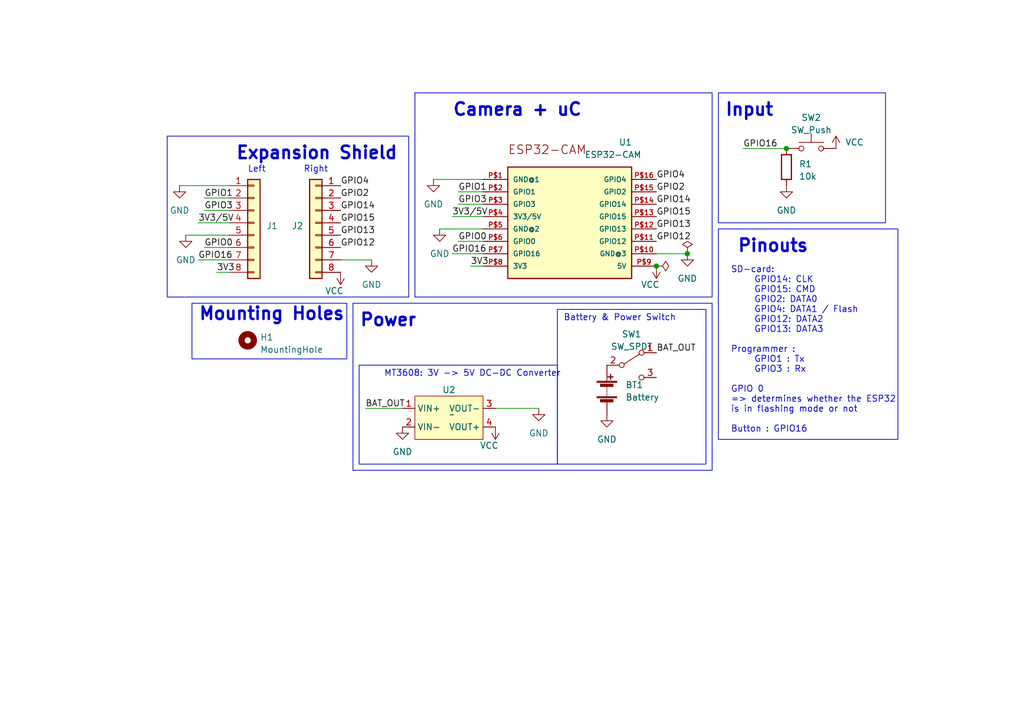
<source format=kicad_sch>
(kicad_sch (version 20230121) (generator eeschema)

  (uuid 89964eb6-b670-4283-9f2b-44cfb9cdc64b)

  (paper "A5")

  (title_block
    (title "Spy-Camera using ESP32-CAM")
    (date "2024-03-27")
    (company "Institut Teknologi Bnadung")
    (comment 1 "Bostang Palaguna")
    (comment 2 "Designed by:")
  )

  (lib_symbols
    (symbol "Connector_Generic:Conn_01x08" (pin_names (offset 1.016) hide) (in_bom yes) (on_board yes)
      (property "Reference" "J" (at 0 10.16 0)
        (effects (font (size 1.27 1.27)))
      )
      (property "Value" "Conn_01x08" (at 0 -12.7 0)
        (effects (font (size 1.27 1.27)))
      )
      (property "Footprint" "" (at 0 0 0)
        (effects (font (size 1.27 1.27)) hide)
      )
      (property "Datasheet" "~" (at 0 0 0)
        (effects (font (size 1.27 1.27)) hide)
      )
      (property "ki_keywords" "connector" (at 0 0 0)
        (effects (font (size 1.27 1.27)) hide)
      )
      (property "ki_description" "Generic connector, single row, 01x08, script generated (kicad-library-utils/schlib/autogen/connector/)" (at 0 0 0)
        (effects (font (size 1.27 1.27)) hide)
      )
      (property "ki_fp_filters" "Connector*:*_1x??_*" (at 0 0 0)
        (effects (font (size 1.27 1.27)) hide)
      )
      (symbol "Conn_01x08_1_1"
        (rectangle (start -1.27 -10.033) (end 0 -10.287)
          (stroke (width 0.1524) (type default))
          (fill (type none))
        )
        (rectangle (start -1.27 -7.493) (end 0 -7.747)
          (stroke (width 0.1524) (type default))
          (fill (type none))
        )
        (rectangle (start -1.27 -4.953) (end 0 -5.207)
          (stroke (width 0.1524) (type default))
          (fill (type none))
        )
        (rectangle (start -1.27 -2.413) (end 0 -2.667)
          (stroke (width 0.1524) (type default))
          (fill (type none))
        )
        (rectangle (start -1.27 0.127) (end 0 -0.127)
          (stroke (width 0.1524) (type default))
          (fill (type none))
        )
        (rectangle (start -1.27 2.667) (end 0 2.413)
          (stroke (width 0.1524) (type default))
          (fill (type none))
        )
        (rectangle (start -1.27 5.207) (end 0 4.953)
          (stroke (width 0.1524) (type default))
          (fill (type none))
        )
        (rectangle (start -1.27 7.747) (end 0 7.493)
          (stroke (width 0.1524) (type default))
          (fill (type none))
        )
        (rectangle (start -1.27 8.89) (end 1.27 -11.43)
          (stroke (width 0.254) (type default))
          (fill (type background))
        )
        (pin passive line (at -5.08 7.62 0) (length 3.81)
          (name "Pin_1" (effects (font (size 1.27 1.27))))
          (number "1" (effects (font (size 1.27 1.27))))
        )
        (pin passive line (at -5.08 5.08 0) (length 3.81)
          (name "Pin_2" (effects (font (size 1.27 1.27))))
          (number "2" (effects (font (size 1.27 1.27))))
        )
        (pin passive line (at -5.08 2.54 0) (length 3.81)
          (name "Pin_3" (effects (font (size 1.27 1.27))))
          (number "3" (effects (font (size 1.27 1.27))))
        )
        (pin passive line (at -5.08 0 0) (length 3.81)
          (name "Pin_4" (effects (font (size 1.27 1.27))))
          (number "4" (effects (font (size 1.27 1.27))))
        )
        (pin passive line (at -5.08 -2.54 0) (length 3.81)
          (name "Pin_5" (effects (font (size 1.27 1.27))))
          (number "5" (effects (font (size 1.27 1.27))))
        )
        (pin passive line (at -5.08 -5.08 0) (length 3.81)
          (name "Pin_6" (effects (font (size 1.27 1.27))))
          (number "6" (effects (font (size 1.27 1.27))))
        )
        (pin passive line (at -5.08 -7.62 0) (length 3.81)
          (name "Pin_7" (effects (font (size 1.27 1.27))))
          (number "7" (effects (font (size 1.27 1.27))))
        )
        (pin passive line (at -5.08 -10.16 0) (length 3.81)
          (name "Pin_8" (effects (font (size 1.27 1.27))))
          (number "8" (effects (font (size 1.27 1.27))))
        )
      )
    )
    (symbol "Device:Battery" (pin_numbers hide) (pin_names (offset 0) hide) (in_bom yes) (on_board yes)
      (property "Reference" "BT" (at 2.54 2.54 0)
        (effects (font (size 1.27 1.27)) (justify left))
      )
      (property "Value" "Battery" (at 2.54 0 0)
        (effects (font (size 1.27 1.27)) (justify left))
      )
      (property "Footprint" "" (at 0 1.524 90)
        (effects (font (size 1.27 1.27)) hide)
      )
      (property "Datasheet" "~" (at 0 1.524 90)
        (effects (font (size 1.27 1.27)) hide)
      )
      (property "ki_keywords" "batt voltage-source cell" (at 0 0 0)
        (effects (font (size 1.27 1.27)) hide)
      )
      (property "ki_description" "Multiple-cell battery" (at 0 0 0)
        (effects (font (size 1.27 1.27)) hide)
      )
      (symbol "Battery_0_1"
        (rectangle (start -2.032 -1.397) (end 2.032 -1.651)
          (stroke (width 0) (type default))
          (fill (type outline))
        )
        (rectangle (start -2.032 1.778) (end 2.032 1.524)
          (stroke (width 0) (type default))
          (fill (type outline))
        )
        (rectangle (start -1.3208 -1.9812) (end 1.27 -2.4892)
          (stroke (width 0) (type default))
          (fill (type outline))
        )
        (rectangle (start -1.3208 1.1938) (end 1.27 0.6858)
          (stroke (width 0) (type default))
          (fill (type outline))
        )
        (polyline
          (pts
            (xy 0 -1.524)
            (xy 0 -1.27)
          )
          (stroke (width 0) (type default))
          (fill (type none))
        )
        (polyline
          (pts
            (xy 0 -1.016)
            (xy 0 -0.762)
          )
          (stroke (width 0) (type default))
          (fill (type none))
        )
        (polyline
          (pts
            (xy 0 -0.508)
            (xy 0 -0.254)
          )
          (stroke (width 0) (type default))
          (fill (type none))
        )
        (polyline
          (pts
            (xy 0 0)
            (xy 0 0.254)
          )
          (stroke (width 0) (type default))
          (fill (type none))
        )
        (polyline
          (pts
            (xy 0 0.508)
            (xy 0 0.762)
          )
          (stroke (width 0) (type default))
          (fill (type none))
        )
        (polyline
          (pts
            (xy 0 1.778)
            (xy 0 2.54)
          )
          (stroke (width 0) (type default))
          (fill (type none))
        )
        (polyline
          (pts
            (xy 0.254 2.667)
            (xy 1.27 2.667)
          )
          (stroke (width 0.254) (type default))
          (fill (type none))
        )
        (polyline
          (pts
            (xy 0.762 3.175)
            (xy 0.762 2.159)
          )
          (stroke (width 0.254) (type default))
          (fill (type none))
        )
      )
      (symbol "Battery_1_1"
        (pin passive line (at 0 5.08 270) (length 2.54)
          (name "+" (effects (font (size 1.27 1.27))))
          (number "1" (effects (font (size 1.27 1.27))))
        )
        (pin passive line (at 0 -5.08 90) (length 2.54)
          (name "-" (effects (font (size 1.27 1.27))))
          (number "2" (effects (font (size 1.27 1.27))))
        )
      )
    )
    (symbol "Device:R" (pin_numbers hide) (pin_names (offset 0)) (in_bom yes) (on_board yes)
      (property "Reference" "R" (at 2.032 0 90)
        (effects (font (size 1.27 1.27)))
      )
      (property "Value" "R" (at 0 0 90)
        (effects (font (size 1.27 1.27)))
      )
      (property "Footprint" "" (at -1.778 0 90)
        (effects (font (size 1.27 1.27)) hide)
      )
      (property "Datasheet" "~" (at 0 0 0)
        (effects (font (size 1.27 1.27)) hide)
      )
      (property "ki_keywords" "R res resistor" (at 0 0 0)
        (effects (font (size 1.27 1.27)) hide)
      )
      (property "ki_description" "Resistor" (at 0 0 0)
        (effects (font (size 1.27 1.27)) hide)
      )
      (property "ki_fp_filters" "R_*" (at 0 0 0)
        (effects (font (size 1.27 1.27)) hide)
      )
      (symbol "R_0_1"
        (rectangle (start -1.016 -2.54) (end 1.016 2.54)
          (stroke (width 0.254) (type default))
          (fill (type none))
        )
      )
      (symbol "R_1_1"
        (pin passive line (at 0 3.81 270) (length 1.27)
          (name "~" (effects (font (size 1.27 1.27))))
          (number "1" (effects (font (size 1.27 1.27))))
        )
        (pin passive line (at 0 -3.81 90) (length 1.27)
          (name "~" (effects (font (size 1.27 1.27))))
          (number "2" (effects (font (size 1.27 1.27))))
        )
      )
    )
    (symbol "ESP32-CAM:ESP32-CAM" (pin_names (offset 1.016)) (in_bom yes) (on_board yes)
      (property "Reference" "U" (at 0 0 0)
        (effects (font (size 1.27 1.27)) (justify bottom))
      )
      (property "Value" "ESP32-CAM" (at 0 0 0)
        (effects (font (size 1.27 1.27)) (justify bottom))
      )
      (property "Footprint" "ESP32-CAM:ESP32-CAM" (at 0 0 0)
        (effects (font (size 1.27 1.27)) (justify bottom) hide)
      )
      (property "Datasheet" "" (at 0 0 0)
        (effects (font (size 1.27 1.27)) hide)
      )
      (property "MF" "AI-Thinker" (at 0 0 0)
        (effects (font (size 1.27 1.27)) (justify bottom) hide)
      )
      (property "Description" "\nESP32 ESP32 Transceiver; 802.11 a/b/g/n (Wi-Fi, WiFi, WLAN), Bluetooth® Smart 4.x Low Energy (BLE) Evaluation Board\n" (at 0 0 0)
        (effects (font (size 1.27 1.27)) (justify bottom) hide)
      )
      (property "Package" "None" (at 0 0 0)
        (effects (font (size 1.27 1.27)) (justify bottom) hide)
      )
      (property "Price" "None" (at 0 0 0)
        (effects (font (size 1.27 1.27)) (justify bottom) hide)
      )
      (property "SnapEDA_Link" "https://www.snapeda.com/parts/ESP32-CAM/AI-Thinker/view-part/?ref=snap" (at 0 0 0)
        (effects (font (size 1.27 1.27)) (justify bottom) hide)
      )
      (property "MP" "ESP32-CAM" (at 0 0 0)
        (effects (font (size 1.27 1.27)) (justify bottom) hide)
      )
      (property "Availability" "Not in stock" (at 0 0 0)
        (effects (font (size 1.27 1.27)) (justify bottom) hide)
      )
      (property "Check_prices" "https://www.snapeda.com/parts/ESP32-CAM/AI-Thinker/view-part/?ref=eda" (at 0 0 0)
        (effects (font (size 1.27 1.27)) (justify bottom) hide)
      )
      (symbol "ESP32-CAM_0_0"
        (rectangle (start -12.7 -10.16) (end 12.7 12.7)
          (stroke (width 0.254) (type default))
          (fill (type background))
        )
        (text "ESP32-CAM" (at -12.7 15.24 0)
          (effects (font (size 1.778 1.778)) (justify left bottom))
        )
        (pin bidirectional line (at -17.78 10.16 0) (length 5.08)
          (name "GND@1" (effects (font (size 1.016 1.016))))
          (number "P$1" (effects (font (size 1.016 1.016))))
        )
        (pin bidirectional line (at 17.78 -5.08 180) (length 5.08)
          (name "GND@3" (effects (font (size 1.016 1.016))))
          (number "P$10" (effects (font (size 1.016 1.016))))
        )
        (pin bidirectional line (at 17.78 -2.54 180) (length 5.08)
          (name "GPIO12" (effects (font (size 1.016 1.016))))
          (number "P$11" (effects (font (size 1.016 1.016))))
        )
        (pin bidirectional line (at 17.78 0 180) (length 5.08)
          (name "GPIO13" (effects (font (size 1.016 1.016))))
          (number "P$12" (effects (font (size 1.016 1.016))))
        )
        (pin bidirectional line (at 17.78 2.54 180) (length 5.08)
          (name "GPIO15" (effects (font (size 1.016 1.016))))
          (number "P$13" (effects (font (size 1.016 1.016))))
        )
        (pin bidirectional line (at 17.78 5.08 180) (length 5.08)
          (name "GPIO14" (effects (font (size 1.016 1.016))))
          (number "P$14" (effects (font (size 1.016 1.016))))
        )
        (pin bidirectional line (at 17.78 7.62 180) (length 5.08)
          (name "GPIO2" (effects (font (size 1.016 1.016))))
          (number "P$15" (effects (font (size 1.016 1.016))))
        )
        (pin bidirectional line (at 17.78 10.16 180) (length 5.08)
          (name "GPIO4" (effects (font (size 1.016 1.016))))
          (number "P$16" (effects (font (size 1.016 1.016))))
        )
        (pin bidirectional line (at -17.78 7.62 0) (length 5.08)
          (name "GPIO1" (effects (font (size 1.016 1.016))))
          (number "P$2" (effects (font (size 1.016 1.016))))
        )
        (pin bidirectional line (at -17.78 5.08 0) (length 5.08)
          (name "GPIO3" (effects (font (size 1.016 1.016))))
          (number "P$3" (effects (font (size 1.016 1.016))))
        )
        (pin bidirectional line (at -17.78 2.54 0) (length 5.08)
          (name "3V3/5V" (effects (font (size 1.016 1.016))))
          (number "P$4" (effects (font (size 1.016 1.016))))
        )
        (pin bidirectional line (at -17.78 0 0) (length 5.08)
          (name "GND@2" (effects (font (size 1.016 1.016))))
          (number "P$5" (effects (font (size 1.016 1.016))))
        )
        (pin bidirectional line (at -17.78 -2.54 0) (length 5.08)
          (name "GPIO0" (effects (font (size 1.016 1.016))))
          (number "P$6" (effects (font (size 1.016 1.016))))
        )
        (pin bidirectional line (at -17.78 -5.08 0) (length 5.08)
          (name "GPIO16" (effects (font (size 1.016 1.016))))
          (number "P$7" (effects (font (size 1.016 1.016))))
        )
        (pin bidirectional line (at -17.78 -7.62 0) (length 5.08)
          (name "3V3" (effects (font (size 1.016 1.016))))
          (number "P$8" (effects (font (size 1.016 1.016))))
        )
        (pin bidirectional line (at 17.78 -7.62 180) (length 5.08)
          (name "5V" (effects (font (size 1.016 1.016))))
          (number "P$9" (effects (font (size 1.016 1.016))))
        )
      )
    )
    (symbol "Mechanical:MountingHole" (pin_names (offset 1.016)) (in_bom yes) (on_board yes)
      (property "Reference" "H" (at 0 5.08 0)
        (effects (font (size 1.27 1.27)))
      )
      (property "Value" "MountingHole" (at 0 3.175 0)
        (effects (font (size 1.27 1.27)))
      )
      (property "Footprint" "" (at 0 0 0)
        (effects (font (size 1.27 1.27)) hide)
      )
      (property "Datasheet" "~" (at 0 0 0)
        (effects (font (size 1.27 1.27)) hide)
      )
      (property "ki_keywords" "mounting hole" (at 0 0 0)
        (effects (font (size 1.27 1.27)) hide)
      )
      (property "ki_description" "Mounting Hole without connection" (at 0 0 0)
        (effects (font (size 1.27 1.27)) hide)
      )
      (property "ki_fp_filters" "MountingHole*" (at 0 0 0)
        (effects (font (size 1.27 1.27)) hide)
      )
      (symbol "MountingHole_0_1"
        (circle (center 0 0) (radius 1.27)
          (stroke (width 1.27) (type default))
          (fill (type none))
        )
      )
    )
    (symbol "Switch:SW_Push" (pin_numbers hide) (pin_names (offset 1.016) hide) (in_bom yes) (on_board yes)
      (property "Reference" "SW" (at 1.27 2.54 0)
        (effects (font (size 1.27 1.27)) (justify left))
      )
      (property "Value" "SW_Push" (at 0 -1.524 0)
        (effects (font (size 1.27 1.27)))
      )
      (property "Footprint" "" (at 0 5.08 0)
        (effects (font (size 1.27 1.27)) hide)
      )
      (property "Datasheet" "~" (at 0 5.08 0)
        (effects (font (size 1.27 1.27)) hide)
      )
      (property "ki_keywords" "switch normally-open pushbutton push-button" (at 0 0 0)
        (effects (font (size 1.27 1.27)) hide)
      )
      (property "ki_description" "Push button switch, generic, two pins" (at 0 0 0)
        (effects (font (size 1.27 1.27)) hide)
      )
      (symbol "SW_Push_0_1"
        (circle (center -2.032 0) (radius 0.508)
          (stroke (width 0) (type default))
          (fill (type none))
        )
        (polyline
          (pts
            (xy 0 1.27)
            (xy 0 3.048)
          )
          (stroke (width 0) (type default))
          (fill (type none))
        )
        (polyline
          (pts
            (xy 2.54 1.27)
            (xy -2.54 1.27)
          )
          (stroke (width 0) (type default))
          (fill (type none))
        )
        (circle (center 2.032 0) (radius 0.508)
          (stroke (width 0) (type default))
          (fill (type none))
        )
        (pin passive line (at -5.08 0 0) (length 2.54)
          (name "1" (effects (font (size 1.27 1.27))))
          (number "1" (effects (font (size 1.27 1.27))))
        )
        (pin passive line (at 5.08 0 180) (length 2.54)
          (name "2" (effects (font (size 1.27 1.27))))
          (number "2" (effects (font (size 1.27 1.27))))
        )
      )
    )
    (symbol "Switch:SW_SPDT" (pin_names (offset 0) hide) (in_bom yes) (on_board yes)
      (property "Reference" "SW" (at 0 4.318 0)
        (effects (font (size 1.27 1.27)))
      )
      (property "Value" "SW_SPDT" (at 0 -5.08 0)
        (effects (font (size 1.27 1.27)))
      )
      (property "Footprint" "" (at 0 0 0)
        (effects (font (size 1.27 1.27)) hide)
      )
      (property "Datasheet" "~" (at 0 0 0)
        (effects (font (size 1.27 1.27)) hide)
      )
      (property "ki_keywords" "switch single-pole double-throw spdt ON-ON" (at 0 0 0)
        (effects (font (size 1.27 1.27)) hide)
      )
      (property "ki_description" "Switch, single pole double throw" (at 0 0 0)
        (effects (font (size 1.27 1.27)) hide)
      )
      (symbol "SW_SPDT_0_0"
        (circle (center -2.032 0) (radius 0.508)
          (stroke (width 0) (type default))
          (fill (type none))
        )
        (circle (center 2.032 -2.54) (radius 0.508)
          (stroke (width 0) (type default))
          (fill (type none))
        )
      )
      (symbol "SW_SPDT_0_1"
        (polyline
          (pts
            (xy -1.524 0.254)
            (xy 1.651 2.286)
          )
          (stroke (width 0) (type default))
          (fill (type none))
        )
        (circle (center 2.032 2.54) (radius 0.508)
          (stroke (width 0) (type default))
          (fill (type none))
        )
      )
      (symbol "SW_SPDT_1_1"
        (pin passive line (at 5.08 2.54 180) (length 2.54)
          (name "A" (effects (font (size 1.27 1.27))))
          (number "1" (effects (font (size 1.27 1.27))))
        )
        (pin passive line (at -5.08 0 0) (length 2.54)
          (name "B" (effects (font (size 1.27 1.27))))
          (number "2" (effects (font (size 1.27 1.27))))
        )
        (pin passive line (at 5.08 -2.54 180) (length 2.54)
          (name "C" (effects (font (size 1.27 1.27))))
          (number "3" (effects (font (size 1.27 1.27))))
        )
      )
    )
    (symbol "WMS_components:MT3608" (in_bom yes) (on_board yes)
      (property "Reference" "U" (at 0 5.08 0)
        (effects (font (size 1.27 1.27)))
      )
      (property "Value" "" (at 0 0 0)
        (effects (font (size 1.27 1.27)))
      )
      (property "Footprint" "" (at 0 0 0)
        (effects (font (size 1.27 1.27)) hide)
      )
      (property "Datasheet" "" (at 0 0 0)
        (effects (font (size 1.27 1.27)) hide)
      )
      (symbol "MT3608_1_1"
        (rectangle (start -6.35 3.81) (end 7.62 -5.08)
          (stroke (width 0) (type default))
          (fill (type background))
        )
        (pin input line (at 10.16 1.27 180) (length 2.54)
          (name "VIN+" (effects (font (size 1.27 1.27))))
          (number "1" (effects (font (size 1.27 1.27))))
        )
        (pin input line (at 10.16 -2.54 180) (length 2.54)
          (name "VIN-" (effects (font (size 1.27 1.27))))
          (number "2" (effects (font (size 1.27 1.27))))
        )
        (pin output line (at -8.89 1.27 0) (length 2.54)
          (name "VOUT-" (effects (font (size 1.27 1.27))))
          (number "3" (effects (font (size 1.27 1.27))))
        )
        (pin output line (at -8.89 -2.54 0) (length 2.54)
          (name "VOUT+" (effects (font (size 1.27 1.27))))
          (number "4" (effects (font (size 1.27 1.27))))
        )
      )
    )
    (symbol "power:GND" (power) (pin_names (offset 0)) (in_bom yes) (on_board yes)
      (property "Reference" "#PWR" (at 0 -6.35 0)
        (effects (font (size 1.27 1.27)) hide)
      )
      (property "Value" "GND" (at 0 -3.81 0)
        (effects (font (size 1.27 1.27)))
      )
      (property "Footprint" "" (at 0 0 0)
        (effects (font (size 1.27 1.27)) hide)
      )
      (property "Datasheet" "" (at 0 0 0)
        (effects (font (size 1.27 1.27)) hide)
      )
      (property "ki_keywords" "global power" (at 0 0 0)
        (effects (font (size 1.27 1.27)) hide)
      )
      (property "ki_description" "Power symbol creates a global label with name \"GND\" , ground" (at 0 0 0)
        (effects (font (size 1.27 1.27)) hide)
      )
      (symbol "GND_0_1"
        (polyline
          (pts
            (xy 0 0)
            (xy 0 -1.27)
            (xy 1.27 -1.27)
            (xy 0 -2.54)
            (xy -1.27 -1.27)
            (xy 0 -1.27)
          )
          (stroke (width 0) (type default))
          (fill (type none))
        )
      )
      (symbol "GND_1_1"
        (pin power_in line (at 0 0 270) (length 0) hide
          (name "GND" (effects (font (size 1.27 1.27))))
          (number "1" (effects (font (size 1.27 1.27))))
        )
      )
    )
    (symbol "power:PWR_FLAG" (power) (pin_numbers hide) (pin_names (offset 0) hide) (in_bom yes) (on_board yes)
      (property "Reference" "#FLG" (at 0 1.905 0)
        (effects (font (size 1.27 1.27)) hide)
      )
      (property "Value" "PWR_FLAG" (at 0 3.81 0)
        (effects (font (size 1.27 1.27)))
      )
      (property "Footprint" "" (at 0 0 0)
        (effects (font (size 1.27 1.27)) hide)
      )
      (property "Datasheet" "~" (at 0 0 0)
        (effects (font (size 1.27 1.27)) hide)
      )
      (property "ki_keywords" "flag power" (at 0 0 0)
        (effects (font (size 1.27 1.27)) hide)
      )
      (property "ki_description" "Special symbol for telling ERC where power comes from" (at 0 0 0)
        (effects (font (size 1.27 1.27)) hide)
      )
      (symbol "PWR_FLAG_0_0"
        (pin power_out line (at 0 0 90) (length 0)
          (name "pwr" (effects (font (size 1.27 1.27))))
          (number "1" (effects (font (size 1.27 1.27))))
        )
      )
      (symbol "PWR_FLAG_0_1"
        (polyline
          (pts
            (xy 0 0)
            (xy 0 1.27)
            (xy -1.016 1.905)
            (xy 0 2.54)
            (xy 1.016 1.905)
            (xy 0 1.27)
          )
          (stroke (width 0) (type default))
          (fill (type none))
        )
      )
    )
    (symbol "power:VCC" (power) (pin_names (offset 0)) (in_bom yes) (on_board yes)
      (property "Reference" "#PWR" (at 0 -3.81 0)
        (effects (font (size 1.27 1.27)) hide)
      )
      (property "Value" "VCC" (at 0 3.81 0)
        (effects (font (size 1.27 1.27)))
      )
      (property "Footprint" "" (at 0 0 0)
        (effects (font (size 1.27 1.27)) hide)
      )
      (property "Datasheet" "" (at 0 0 0)
        (effects (font (size 1.27 1.27)) hide)
      )
      (property "ki_keywords" "global power" (at 0 0 0)
        (effects (font (size 1.27 1.27)) hide)
      )
      (property "ki_description" "Power symbol creates a global label with name \"VCC\"" (at 0 0 0)
        (effects (font (size 1.27 1.27)) hide)
      )
      (symbol "VCC_0_1"
        (polyline
          (pts
            (xy -0.762 1.27)
            (xy 0 2.54)
          )
          (stroke (width 0) (type default))
          (fill (type none))
        )
        (polyline
          (pts
            (xy 0 0)
            (xy 0 2.54)
          )
          (stroke (width 0) (type default))
          (fill (type none))
        )
        (polyline
          (pts
            (xy 0 2.54)
            (xy 0.762 1.27)
          )
          (stroke (width 0) (type default))
          (fill (type none))
        )
      )
      (symbol "VCC_1_1"
        (pin power_in line (at 0 0 90) (length 0) hide
          (name "VCC" (effects (font (size 1.27 1.27))))
          (number "1" (effects (font (size 1.27 1.27))))
        )
      )
    )
  )


  (junction (at 134.62 54.61) (diameter 0) (color 0 0 0 0)
    (uuid 0439de0e-62d5-4745-adee-9fef4a57cc1c)
  )
  (junction (at 140.97 52.07) (diameter 0) (color 0 0 0 0)
    (uuid 17f01d0b-7e88-4984-a8ab-cc4ea9739d7f)
  )
  (junction (at 161.29 30.48) (diameter 0) (color 0 0 0 0)
    (uuid b9261f35-e032-44e5-b53c-463ecb5208af)
  )

  (wire (pts (xy 41.91 40.64) (xy 46.99 40.64))
    (stroke (width 0) (type default))
    (uuid 01f648b0-92a5-4d8c-b9a2-0a132e0bf0cd)
  )
  (wire (pts (xy 38.1 48.26) (xy 46.99 48.26))
    (stroke (width 0) (type default))
    (uuid 1299f4dd-bfbb-4bfb-9926-3275d2dedb9d)
  )
  (wire (pts (xy 92.71 52.07) (xy 99.06 52.07))
    (stroke (width 0) (type default))
    (uuid 14a1ea53-a56d-4e4e-a5a9-785d9f187fb1)
  )
  (wire (pts (xy 92.71 44.45) (xy 99.06 44.45))
    (stroke (width 0) (type default))
    (uuid 22e8b528-76be-4c96-9968-42f7856170ad)
  )
  (wire (pts (xy 96.52 54.61) (xy 99.06 54.61))
    (stroke (width 0) (type default))
    (uuid 29b18716-6838-45ad-9197-33fa40146330)
  )
  (wire (pts (xy 44.45 55.88) (xy 46.99 55.88))
    (stroke (width 0) (type default))
    (uuid 29ca94ac-ae9b-4c9c-bb90-8c7c21705f9c)
  )
  (wire (pts (xy 93.98 41.91) (xy 99.06 41.91))
    (stroke (width 0) (type default))
    (uuid 2a4c60cd-3696-43f6-b6d1-ecb3fcca0850)
  )
  (wire (pts (xy 36.83 38.1) (xy 46.99 38.1))
    (stroke (width 0) (type default))
    (uuid 2aa71d13-fa9b-4c86-8c55-28e8a776e589)
  )
  (wire (pts (xy 40.64 53.34) (xy 46.99 53.34))
    (stroke (width 0) (type default))
    (uuid 30a36684-d8ac-4104-9c71-e08ed508ea02)
  )
  (wire (pts (xy 88.9 36.83) (xy 99.06 36.83))
    (stroke (width 0) (type default))
    (uuid 41d5b992-fe57-4f2e-8721-2116b14fb6fe)
  )
  (wire (pts (xy 74.93 83.82) (xy 82.55 83.82))
    (stroke (width 0) (type default))
    (uuid 65d7b2dd-7796-4040-a78d-aee1ef2990db)
  )
  (wire (pts (xy 40.64 45.72) (xy 46.99 45.72))
    (stroke (width 0) (type default))
    (uuid 9e5be176-5917-4adb-998e-17cb37684d0f)
  )
  (wire (pts (xy 152.4 30.48) (xy 161.29 30.48))
    (stroke (width 0) (type default))
    (uuid a5682091-fa8c-4607-a3f2-1b6c5690bee7)
  )
  (wire (pts (xy 41.91 43.18) (xy 46.99 43.18))
    (stroke (width 0) (type default))
    (uuid a9547f4a-d95a-4440-83d7-d606114b1366)
  )
  (wire (pts (xy 41.91 50.8) (xy 46.99 50.8))
    (stroke (width 0) (type default))
    (uuid b1459c83-443b-48e8-87ba-d4572972fd91)
  )
  (wire (pts (xy 93.98 49.53) (xy 99.06 49.53))
    (stroke (width 0) (type default))
    (uuid d814b190-7870-4411-8ce1-116b94128b69)
  )
  (wire (pts (xy 110.49 83.82) (xy 101.6 83.82))
    (stroke (width 0) (type default))
    (uuid d843149f-e14f-472e-b5ba-71cf3c3275c1)
  )
  (wire (pts (xy 93.98 39.37) (xy 99.06 39.37))
    (stroke (width 0) (type default))
    (uuid e5181b32-e82b-4ade-ac38-66e5a7d6b46b)
  )
  (wire (pts (xy 140.97 52.07) (xy 134.62 52.07))
    (stroke (width 0) (type default))
    (uuid f0057aef-0a16-41bf-8669-4c10f34bbb81)
  )
  (wire (pts (xy 69.85 53.34) (xy 76.2 53.34))
    (stroke (width 0) (type default))
    (uuid f0c4bff0-293e-4752-b6f4-119859503ada)
  )
  (wire (pts (xy 90.17 46.99) (xy 99.06 46.99))
    (stroke (width 0) (type default))
    (uuid fe4223bd-6b02-4bc1-9747-f971f088a304)
  )

  (rectangle (start 114.3 63.5) (end 144.78 95.25)
    (stroke (width 0) (type default))
    (fill (type none))
    (uuid 0e3fffca-788e-41a5-beea-755bdf6f8080)
  )
  (rectangle (start 147.32 46.99) (end 184.15 90.17)
    (stroke (width 0) (type default))
    (fill (type none))
    (uuid 2e8ac75b-a097-48f6-b0c0-298714eb7eea)
  )
  (rectangle (start 72.39 62.23) (end 146.05 96.52)
    (stroke (width 0) (type default))
    (fill (type none))
    (uuid 3b8b3e67-46a4-4d9a-bfe3-b33b8c17200f)
  )
  (rectangle (start 34.29 27.94) (end 83.82 60.96)
    (stroke (width 0) (type default))
    (fill (type none))
    (uuid 62b66bb1-b4a1-4b88-b1a4-3221552cc47b)
  )
  (rectangle (start 147.32 19.05) (end 181.61 45.72)
    (stroke (width 0) (type default))
    (fill (type none))
    (uuid ad849b79-38f8-4a34-8068-a03127d96ff8)
  )
  (rectangle (start 85.09 19.05) (end 146.05 60.96)
    (stroke (width 0) (type default))
    (fill (type none))
    (uuid adccac01-c504-46b8-bdfb-acc75797fa6c)
  )
  (rectangle (start 39.37 62.23) (end 71.12 73.66)
    (stroke (width 0) (type default))
    (fill (type none))
    (uuid d989d376-8da3-4460-a430-49683e4285bf)
  )
  (rectangle (start 73.66 74.93) (end 114.3 95.25)
    (stroke (width 0) (type default))
    (fill (type none))
    (uuid eccdc013-c045-4c31-96f8-7d7d6e0b7e0b)
  )

  (text "Expansion Shield" (at 48.26 33.02 0)
    (effects (font (size 2.54 2.54) (thickness 0.508) bold) (justify left bottom))
    (uuid 05c12f1d-27b2-4ed3-90cf-80b6a6bb48bc)
  )
  (text "MT3608: 3V -> 5V DC-DC Converter" (at 78.74 77.47 0)
    (effects (font (size 1.27 1.27)) (justify left bottom))
    (uuid 15453e13-0e01-431a-a2c7-fd19d4f22713)
  )
  (text "Pinouts" (at 151.13 52.07 0)
    (effects (font (size 2.54 2.54) (thickness 0.508) bold) (justify left bottom))
    (uuid 188555ad-5041-41d4-83b4-7b72344c3d29)
  )
  (text "Battery & Power Switch" (at 115.57 66.04 0)
    (effects (font (size 1.27 1.27)) (justify left bottom))
    (uuid 2017c21f-b9bd-478e-8cab-cd3ba4bac0c7)
  )
  (text "Right" (at 62.23 35.56 0)
    (effects (font (size 1.27 1.27)) (justify left bottom))
    (uuid 28435109-7fab-467c-97f9-9865f6ce21ed)
  )
  (text "Left" (at 50.8 35.56 0)
    (effects (font (size 1.27 1.27)) (justify left bottom))
    (uuid 2965e34e-9d9f-4054-8428-c3d680bb5165)
  )
  (text "SD-card:\n	GPIO14: CLK\n	GPIO15: CMD\n	GPIO2: DATA0\n	GPIO4: DATA1 / Flash\n	GPIO12: DATA2\n	GPIO13: DATA3\n\nProgrammer :\n	GPIO1 : Tx\n	GPIO3 : Rx\n\nGPIO 0\n=> determines whether the ESP32\nis in flashing mode or not\n\nButton : GPIO16"
    (at 149.86 88.9 0)
    (effects (font (size 1.27 1.27)) (justify left bottom))
    (uuid 4607c11f-c2bc-4e69-9ac9-307e8e0854dd)
  )
  (text "Mounting Holes" (at 40.64 66.04 0)
    (effects (font (size 2.54 2.54) (thickness 0.508) bold) (justify left bottom))
    (uuid 4fb0bc90-4e9a-479b-9c78-9adb763ea4b9)
  )
  (text "Camera + uC" (at 92.71 24.13 0)
    (effects (font (size 2.54 2.54) (thickness 0.508) bold) (justify left bottom))
    (uuid 57d40120-6dc0-4442-9086-902076f4a8f6)
  )
  (text "Input" (at 148.59 24.13 0)
    (effects (font (size 2.54 2.54) (thickness 0.508) bold) (justify left bottom))
    (uuid 60e487d3-0e0f-49f1-a6a4-bbd8e5af5de6)
  )
  (text "Power" (at 73.66 67.31 0)
    (effects (font (size 2.54 2.54) (thickness 0.508) bold) (justify left bottom))
    (uuid 646a0321-b28c-4a14-aa48-e1fdbcdbf405)
  )

  (label "GPIO0" (at 41.91 50.8 0) (fields_autoplaced)
    (effects (font (size 1.27 1.27)) (justify left bottom))
    (uuid 0b99a951-9a0b-481b-8e0b-2f5ac9671c69)
  )
  (label "GPIO1" (at 93.98 39.37 0) (fields_autoplaced)
    (effects (font (size 1.27 1.27)) (justify left bottom))
    (uuid 0fbd60a2-1cf5-443e-8c86-c68579b60d80)
  )
  (label "3V3" (at 96.52 54.61 0) (fields_autoplaced)
    (effects (font (size 1.27 1.27)) (justify left bottom))
    (uuid 235bb393-039d-41fd-8571-5cd424487d0f)
  )
  (label "BAT_OUT" (at 134.62 72.39 0) (fields_autoplaced)
    (effects (font (size 1.27 1.27)) (justify left bottom))
    (uuid 242a3518-3d2a-4cd2-be86-2d49c91b85a7)
  )
  (label "3V3{slash}5V" (at 40.64 45.72 0) (fields_autoplaced)
    (effects (font (size 1.27 1.27)) (justify left bottom))
    (uuid 2986f87a-f317-415a-a2c6-e91d221ac91d)
  )
  (label "GPIO13" (at 134.62 46.99 0) (fields_autoplaced)
    (effects (font (size 1.27 1.27)) (justify left bottom))
    (uuid 2d8fcfae-ebe0-454b-a647-97d57ee2d852)
  )
  (label "GPIO14" (at 69.85 43.18 0) (fields_autoplaced)
    (effects (font (size 1.27 1.27)) (justify left bottom))
    (uuid 37834830-9c4a-4104-b051-3fb0df0ca869)
  )
  (label "GPIO12" (at 69.85 50.8 0) (fields_autoplaced)
    (effects (font (size 1.27 1.27)) (justify left bottom))
    (uuid 3cf1c138-7fba-4add-a832-703c25ba6eb7)
  )
  (label "GPIO2" (at 134.62 39.37 0) (fields_autoplaced)
    (effects (font (size 1.27 1.27)) (justify left bottom))
    (uuid 493b09af-7ac6-4de4-8987-07f4881ac588)
  )
  (label "3V3" (at 44.45 55.88 0) (fields_autoplaced)
    (effects (font (size 1.27 1.27)) (justify left bottom))
    (uuid 62c299e5-d9df-4c51-aa8a-4f0b86a2edd2)
  )
  (label "GPIO16" (at 152.4 30.48 0) (fields_autoplaced)
    (effects (font (size 1.27 1.27)) (justify left bottom))
    (uuid 713259c3-9cc3-4a16-b0a2-21a47034be2e)
  )
  (label "GPIO13" (at 69.85 48.26 0) (fields_autoplaced)
    (effects (font (size 1.27 1.27)) (justify left bottom))
    (uuid 72b64107-e1d5-42b2-bf57-028dd34c9c14)
  )
  (label "GPIO3" (at 41.91 43.18 0) (fields_autoplaced)
    (effects (font (size 1.27 1.27)) (justify left bottom))
    (uuid 743e871a-17f7-473f-9615-db25e523f35a)
  )
  (label "GPIO12" (at 134.62 49.53 0) (fields_autoplaced)
    (effects (font (size 1.27 1.27)) (justify left bottom))
    (uuid 8bdc1fd7-b636-4837-b805-d7058d63acb0)
  )
  (label "3V3{slash}5V" (at 92.71 44.45 0) (fields_autoplaced)
    (effects (font (size 1.27 1.27)) (justify left bottom))
    (uuid 8ee66817-e7c5-4011-92c1-7cf1690001b6)
  )
  (label "GPIO14" (at 134.62 41.91 0) (fields_autoplaced)
    (effects (font (size 1.27 1.27)) (justify left bottom))
    (uuid 968925ba-007e-43e5-8e24-d48c4138e19c)
  )
  (label "GPIO3" (at 93.98 41.91 0) (fields_autoplaced)
    (effects (font (size 1.27 1.27)) (justify left bottom))
    (uuid a6dff0e4-aba4-47cf-ac52-d3a1d017fc6b)
  )
  (label "GPIO15" (at 134.62 44.45 0) (fields_autoplaced)
    (effects (font (size 1.27 1.27)) (justify left bottom))
    (uuid ace69c5d-bba2-44d0-b986-63f55224574b)
  )
  (label "GPIO4" (at 134.62 36.83 0) (fields_autoplaced)
    (effects (font (size 1.27 1.27)) (justify left bottom))
    (uuid af73ff6d-cfad-48cf-9c3f-56587452cdc6)
  )
  (label "GPIO1" (at 41.91 40.64 0) (fields_autoplaced)
    (effects (font (size 1.27 1.27)) (justify left bottom))
    (uuid d8e59b1d-6866-4bfb-9b2f-5f4d04943e58)
  )
  (label "GPIO2" (at 69.85 40.64 0) (fields_autoplaced)
    (effects (font (size 1.27 1.27)) (justify left bottom))
    (uuid da965dd3-c796-4a9b-9ab7-f69c1b1c1323)
  )
  (label "GPIO16" (at 40.64 53.34 0) (fields_autoplaced)
    (effects (font (size 1.27 1.27)) (justify left bottom))
    (uuid dbfc0e76-20d5-444b-893f-ca52d7d6c3b8)
  )
  (label "GPIO0" (at 93.98 49.53 0) (fields_autoplaced)
    (effects (font (size 1.27 1.27)) (justify left bottom))
    (uuid dc08cbc0-0253-48cb-bf66-debb964667b9)
  )
  (label "BAT_OUT" (at 74.93 83.82 0) (fields_autoplaced)
    (effects (font (size 1.27 1.27)) (justify left bottom))
    (uuid dd4a60e9-3550-4e0e-afb9-7a9f17853ebb)
  )
  (label "GPIO15" (at 69.85 45.72 0) (fields_autoplaced)
    (effects (font (size 1.27 1.27)) (justify left bottom))
    (uuid e55dd900-4d53-448f-89b1-c016f596ebe4)
  )
  (label "GPIO16" (at 92.71 52.07 0) (fields_autoplaced)
    (effects (font (size 1.27 1.27)) (justify left bottom))
    (uuid f7344e9f-ecb0-443a-91d0-af1f958a530f)
  )
  (label "GPIO4" (at 69.85 38.1 0) (fields_autoplaced)
    (effects (font (size 1.27 1.27)) (justify left bottom))
    (uuid fc047ed4-b846-46ab-8cd5-444da39f16e9)
  )

  (symbol (lib_id "power:VCC") (at 134.62 54.61 180) (unit 1)
    (in_bom yes) (on_board yes) (dnp no)
    (uuid 0242aa7e-e858-4c09-8d37-16dfee6deea4)
    (property "Reference" "#PWR02" (at 134.62 50.8 0)
      (effects (font (size 1.27 1.27)) hide)
    )
    (property "Value" "VCC" (at 133.35 58.42 0)
      (effects (font (size 1.27 1.27)))
    )
    (property "Footprint" "" (at 134.62 54.61 0)
      (effects (font (size 1.27 1.27)) hide)
    )
    (property "Datasheet" "" (at 134.62 54.61 0)
      (effects (font (size 1.27 1.27)) hide)
    )
    (pin "1" (uuid 99e55f61-b953-40ec-8f56-d065818b5e28))
    (instances
      (project "spycam"
        (path "/89964eb6-b670-4283-9f2b-44cfb9cdc64b"
          (reference "#PWR02") (unit 1)
        )
      )
    )
  )

  (symbol (lib_id "Switch:SW_SPDT") (at 129.54 74.93 0) (unit 1)
    (in_bom yes) (on_board yes) (dnp no) (fields_autoplaced)
    (uuid 032fd513-aa7d-4524-8648-ca8d7edd83d6)
    (property "Reference" "SW1" (at 129.54 68.58 0)
      (effects (font (size 1.27 1.27)))
    )
    (property "Value" "SW_SPDT" (at 129.54 71.12 0)
      (effects (font (size 1.27 1.27)))
    )
    (property "Footprint" "Button_Switch_THT:SW_E-Switch_EG1224_SPDT_Angled" (at 129.54 74.93 0)
      (effects (font (size 1.27 1.27)) hide)
    )
    (property "Datasheet" "~" (at 129.54 74.93 0)
      (effects (font (size 1.27 1.27)) hide)
    )
    (pin "1" (uuid 3d0da703-e40f-4097-bf71-a8e516994888))
    (pin "2" (uuid 5c1e8073-98e6-45dc-b5bd-2d915a2c943a))
    (pin "3" (uuid 6d34d4a2-1484-4e25-9023-58b25e724caf))
    (instances
      (project "spycam"
        (path "/89964eb6-b670-4283-9f2b-44cfb9cdc64b"
          (reference "SW1") (unit 1)
        )
      )
    )
  )

  (symbol (lib_id "Device:R") (at 161.29 34.29 0) (unit 1)
    (in_bom yes) (on_board yes) (dnp no) (fields_autoplaced)
    (uuid 108da16a-552e-4a0c-b9c8-0eb9361b4237)
    (property "Reference" "R1" (at 163.83 33.655 0)
      (effects (font (size 1.27 1.27)) (justify left))
    )
    (property "Value" "10k" (at 163.83 36.195 0)
      (effects (font (size 1.27 1.27)) (justify left))
    )
    (property "Footprint" "Resistor_SMD:R_1206_3216Metric" (at 159.512 34.29 90)
      (effects (font (size 1.27 1.27)) hide)
    )
    (property "Datasheet" "~" (at 161.29 34.29 0)
      (effects (font (size 1.27 1.27)) hide)
    )
    (pin "1" (uuid 55a7eeaa-45bd-4b08-bcd9-69af5ddac913))
    (pin "2" (uuid a57911de-87de-48f7-a9df-c1562eae370b))
    (instances
      (project "spycam"
        (path "/89964eb6-b670-4283-9f2b-44cfb9cdc64b"
          (reference "R1") (unit 1)
        )
      )
    )
  )

  (symbol (lib_id "power:PWR_FLAG") (at 140.97 52.07 0) (unit 1)
    (in_bom yes) (on_board yes) (dnp no) (fields_autoplaced)
    (uuid 10dc1553-f799-408c-b927-b71180c29877)
    (property "Reference" "#FLG02" (at 140.97 50.165 0)
      (effects (font (size 1.27 1.27)) hide)
    )
    (property "Value" "PWR_FLAG" (at 141.605 48.26 90)
      (effects (font (size 1.27 1.27)) (justify left) hide)
    )
    (property "Footprint" "" (at 140.97 52.07 0)
      (effects (font (size 1.27 1.27)) hide)
    )
    (property "Datasheet" "~" (at 140.97 52.07 0)
      (effects (font (size 1.27 1.27)) hide)
    )
    (pin "1" (uuid 4c739f88-dff3-4a34-ad93-da354897d9ea))
    (instances
      (project "spycam"
        (path "/89964eb6-b670-4283-9f2b-44cfb9cdc64b"
          (reference "#FLG02") (unit 1)
        )
      )
    )
  )

  (symbol (lib_id "power:GND") (at 88.9 36.83 0) (unit 1)
    (in_bom yes) (on_board yes) (dnp no) (fields_autoplaced)
    (uuid 30d6dfca-5257-40ba-9e2a-179f8d9de6b5)
    (property "Reference" "#PWR03" (at 88.9 43.18 0)
      (effects (font (size 1.27 1.27)) hide)
    )
    (property "Value" "GND" (at 88.9 41.91 0)
      (effects (font (size 1.27 1.27)))
    )
    (property "Footprint" "" (at 88.9 36.83 0)
      (effects (font (size 1.27 1.27)) hide)
    )
    (property "Datasheet" "" (at 88.9 36.83 0)
      (effects (font (size 1.27 1.27)) hide)
    )
    (pin "1" (uuid a3f92500-8fec-4b44-baff-bf69a48a3737))
    (instances
      (project "spycam"
        (path "/89964eb6-b670-4283-9f2b-44cfb9cdc64b"
          (reference "#PWR03") (unit 1)
        )
      )
    )
  )

  (symbol (lib_id "Device:Battery") (at 124.46 80.01 0) (unit 1)
    (in_bom yes) (on_board yes) (dnp no) (fields_autoplaced)
    (uuid 3d1c3fb6-8a97-4c8b-969d-2064297513c0)
    (property "Reference" "BT1" (at 128.27 78.994 0)
      (effects (font (size 1.27 1.27)) (justify left))
    )
    (property "Value" "Battery" (at 128.27 81.534 0)
      (effects (font (size 1.27 1.27)) (justify left))
    )
    (property "Footprint" "Battery:BatteryHolder_Keystone_103_1x20mm" (at 124.46 78.486 90)
      (effects (font (size 1.27 1.27)) hide)
    )
    (property "Datasheet" "~" (at 124.46 78.486 90)
      (effects (font (size 1.27 1.27)) hide)
    )
    (pin "1" (uuid cbe50d31-baba-493f-b343-a40015b01d75))
    (pin "2" (uuid 86d30d84-8e2b-4132-9e0a-a2eb3ab6d39e))
    (instances
      (project "spycam"
        (path "/89964eb6-b670-4283-9f2b-44cfb9cdc64b"
          (reference "BT1") (unit 1)
        )
      )
    )
  )

  (symbol (lib_id "ESP32-CAM:ESP32-CAM") (at 116.84 46.99 0) (unit 1)
    (in_bom yes) (on_board yes) (dnp no)
    (uuid 3dc8b3fd-562c-4837-8efc-386e195528d5)
    (property "Reference" "U1" (at 128.27 29.21 0)
      (effects (font (size 1.27 1.27)))
    )
    (property "Value" "ESP32-CAM" (at 125.73 31.75 0)
      (effects (font (size 1.27 1.27)))
    )
    (property "Footprint" "esp32-cam:ESP32-CAM" (at 116.84 46.99 0)
      (effects (font (size 1.27 1.27)) (justify bottom) hide)
    )
    (property "Datasheet" "" (at 116.84 46.99 0)
      (effects (font (size 1.27 1.27)) hide)
    )
    (property "MF" "AI-Thinker" (at 116.84 46.99 0)
      (effects (font (size 1.27 1.27)) (justify bottom) hide)
    )
    (property "Description" "\nESP32 ESP32 Transceiver; 802.11 a/b/g/n (Wi-Fi, WiFi, WLAN), Bluetooth® Smart 4.x Low Energy (BLE) Evaluation Board\n" (at 116.84 46.99 0)
      (effects (font (size 1.27 1.27)) (justify bottom) hide)
    )
    (property "Package" "None" (at 116.84 46.99 0)
      (effects (font (size 1.27 1.27)) (justify bottom) hide)
    )
    (property "Price" "None" (at 116.84 46.99 0)
      (effects (font (size 1.27 1.27)) (justify bottom) hide)
    )
    (property "SnapEDA_Link" "https://www.snapeda.com/parts/ESP32-CAM/AI-Thinker/view-part/?ref=snap" (at 116.84 46.99 0)
      (effects (font (size 1.27 1.27)) (justify bottom) hide)
    )
    (property "MP" "ESP32-CAM" (at 116.84 46.99 0)
      (effects (font (size 1.27 1.27)) (justify bottom) hide)
    )
    (property "Availability" "Not in stock" (at 116.84 46.99 0)
      (effects (font (size 1.27 1.27)) (justify bottom) hide)
    )
    (property "Check_prices" "https://www.snapeda.com/parts/ESP32-CAM/AI-Thinker/view-part/?ref=eda" (at 116.84 46.99 0)
      (effects (font (size 1.27 1.27)) (justify bottom) hide)
    )
    (pin "P$1" (uuid 9976658d-bf5f-4ed7-809a-1a4930fc4657))
    (pin "P$10" (uuid 76aec882-b07b-4e31-9a6a-c29c972c733b))
    (pin "P$11" (uuid 038696c2-c84f-42b5-b565-358b1c9d79fd))
    (pin "P$12" (uuid c965568d-11dd-49b6-9e9c-29bac4179cea))
    (pin "P$13" (uuid 1feb0d81-f7ae-4af6-8ae6-8af529931886))
    (pin "P$14" (uuid 3935159f-eca3-400d-aeec-ec2a78bbf832))
    (pin "P$15" (uuid d9f6ff1a-30c7-471b-a9ab-3b4b7aa84828))
    (pin "P$16" (uuid 72dfb421-3651-429c-83f9-98b421e455ab))
    (pin "P$2" (uuid 20cc4931-6826-41fa-b3bf-1fdaca81615c))
    (pin "P$3" (uuid 19c53072-a1bb-4e47-8062-9b6f64222d04))
    (pin "P$4" (uuid 2b6e91d5-57b1-4a50-b849-fd7576f5df05))
    (pin "P$5" (uuid bbce20a0-8d5b-4c6c-b553-ca13a8ded533))
    (pin "P$6" (uuid 0ce3f08b-517f-4206-8af0-90f8af27d245))
    (pin "P$7" (uuid deb6a05a-fced-486b-b929-189c65fed93b))
    (pin "P$8" (uuid 42a029bc-d780-4f9b-8b64-66260ff5b342))
    (pin "P$9" (uuid dcf71cea-d2ce-4516-9cf2-5d5963421e75))
    (instances
      (project "spycam"
        (path "/89964eb6-b670-4283-9f2b-44cfb9cdc64b"
          (reference "U1") (unit 1)
        )
      )
    )
  )

  (symbol (lib_id "power:GND") (at 161.29 38.1 0) (unit 1)
    (in_bom yes) (on_board yes) (dnp no) (fields_autoplaced)
    (uuid 50a18a64-8c02-4f6b-a572-d29e98d5f63f)
    (property "Reference" "#PWR06" (at 161.29 44.45 0)
      (effects (font (size 1.27 1.27)) hide)
    )
    (property "Value" "GND" (at 161.29 43.18 0)
      (effects (font (size 1.27 1.27)))
    )
    (property "Footprint" "" (at 161.29 38.1 0)
      (effects (font (size 1.27 1.27)) hide)
    )
    (property "Datasheet" "" (at 161.29 38.1 0)
      (effects (font (size 1.27 1.27)) hide)
    )
    (pin "1" (uuid 0542bcac-73e0-41b1-95b2-a19725cc7bd9))
    (instances
      (project "spycam"
        (path "/89964eb6-b670-4283-9f2b-44cfb9cdc64b"
          (reference "#PWR06") (unit 1)
        )
      )
    )
  )

  (symbol (lib_id "power:GND") (at 90.17 46.99 0) (unit 1)
    (in_bom yes) (on_board yes) (dnp no) (fields_autoplaced)
    (uuid 5a22f1a6-c7c3-4eac-9b32-4b25b239ecec)
    (property "Reference" "#PWR04" (at 90.17 53.34 0)
      (effects (font (size 1.27 1.27)) hide)
    )
    (property "Value" "GND" (at 90.17 52.07 0)
      (effects (font (size 1.27 1.27)))
    )
    (property "Footprint" "" (at 90.17 46.99 0)
      (effects (font (size 1.27 1.27)) hide)
    )
    (property "Datasheet" "" (at 90.17 46.99 0)
      (effects (font (size 1.27 1.27)) hide)
    )
    (pin "1" (uuid ba660bd8-cab3-400f-a465-cf49b7075c0e))
    (instances
      (project "spycam"
        (path "/89964eb6-b670-4283-9f2b-44cfb9cdc64b"
          (reference "#PWR04") (unit 1)
        )
      )
    )
  )

  (symbol (lib_id "power:PWR_FLAG") (at 134.62 54.61 270) (unit 1)
    (in_bom yes) (on_board yes) (dnp no) (fields_autoplaced)
    (uuid 6433be18-1541-4aeb-a673-1552de84d87e)
    (property "Reference" "#FLG01" (at 136.525 54.61 0)
      (effects (font (size 1.27 1.27)) hide)
    )
    (property "Value" "PWR_FLAG" (at 138.43 55.245 90)
      (effects (font (size 1.27 1.27)) (justify left) hide)
    )
    (property "Footprint" "" (at 134.62 54.61 0)
      (effects (font (size 1.27 1.27)) hide)
    )
    (property "Datasheet" "~" (at 134.62 54.61 0)
      (effects (font (size 1.27 1.27)) hide)
    )
    (pin "1" (uuid 618eaf15-8afa-4781-92ab-a9d246f093a3))
    (instances
      (project "spycam"
        (path "/89964eb6-b670-4283-9f2b-44cfb9cdc64b"
          (reference "#FLG01") (unit 1)
        )
      )
    )
  )

  (symbol (lib_id "power:VCC") (at 69.85 55.88 180) (unit 1)
    (in_bom yes) (on_board yes) (dnp no)
    (uuid 6d52ecee-238c-4117-96bb-d7a1b87df6a9)
    (property "Reference" "#PWR015" (at 69.85 52.07 0)
      (effects (font (size 1.27 1.27)) hide)
    )
    (property "Value" "VCC" (at 68.58 59.69 0)
      (effects (font (size 1.27 1.27)))
    )
    (property "Footprint" "" (at 69.85 55.88 0)
      (effects (font (size 1.27 1.27)) hide)
    )
    (property "Datasheet" "" (at 69.85 55.88 0)
      (effects (font (size 1.27 1.27)) hide)
    )
    (pin "1" (uuid c8c9a2b9-4144-45c2-9061-1b334b85ba73))
    (instances
      (project "spycam"
        (path "/89964eb6-b670-4283-9f2b-44cfb9cdc64b"
          (reference "#PWR015") (unit 1)
        )
      )
    )
  )

  (symbol (lib_id "power:GND") (at 140.97 52.07 0) (unit 1)
    (in_bom yes) (on_board yes) (dnp no) (fields_autoplaced)
    (uuid 72422c44-358f-46a5-ab18-18e28e9eea13)
    (property "Reference" "#PWR05" (at 140.97 58.42 0)
      (effects (font (size 1.27 1.27)) hide)
    )
    (property "Value" "GND" (at 140.97 57.15 0)
      (effects (font (size 1.27 1.27)))
    )
    (property "Footprint" "" (at 140.97 52.07 0)
      (effects (font (size 1.27 1.27)) hide)
    )
    (property "Datasheet" "" (at 140.97 52.07 0)
      (effects (font (size 1.27 1.27)) hide)
    )
    (pin "1" (uuid 60c7e5b1-89d1-42c4-83ec-113e26274a3a))
    (instances
      (project "spycam"
        (path "/89964eb6-b670-4283-9f2b-44cfb9cdc64b"
          (reference "#PWR05") (unit 1)
        )
      )
    )
  )

  (symbol (lib_id "power:GND") (at 82.55 87.63 0) (unit 1)
    (in_bom yes) (on_board yes) (dnp no) (fields_autoplaced)
    (uuid 906829f5-1804-476e-ba6f-6282cf093c01)
    (property "Reference" "#PWR010" (at 82.55 93.98 0)
      (effects (font (size 1.27 1.27)) hide)
    )
    (property "Value" "GND" (at 82.55 92.71 0)
      (effects (font (size 1.27 1.27)))
    )
    (property "Footprint" "" (at 82.55 87.63 0)
      (effects (font (size 1.27 1.27)) hide)
    )
    (property "Datasheet" "" (at 82.55 87.63 0)
      (effects (font (size 1.27 1.27)) hide)
    )
    (pin "1" (uuid 4e1382bd-7776-4f1e-90a0-a4765f565a2e))
    (instances
      (project "spycam"
        (path "/89964eb6-b670-4283-9f2b-44cfb9cdc64b"
          (reference "#PWR010") (unit 1)
        )
      )
    )
  )

  (symbol (lib_id "Connector_Generic:Conn_01x08") (at 64.77 45.72 0) (mirror y) (unit 1)
    (in_bom yes) (on_board yes) (dnp no)
    (uuid a89869cc-643f-4127-8691-81b2317909bf)
    (property "Reference" "J2" (at 62.23 46.355 0)
      (effects (font (size 1.27 1.27)) (justify left))
    )
    (property "Value" "Conn_01x08" (at 62.23 48.895 0)
      (effects (font (size 1.27 1.27)) (justify left) hide)
    )
    (property "Footprint" "Connector_PinHeader_2.54mm:PinHeader_1x08_P2.54mm_Vertical" (at 64.77 45.72 0)
      (effects (font (size 1.27 1.27)) hide)
    )
    (property "Datasheet" "~" (at 64.77 45.72 0)
      (effects (font (size 1.27 1.27)) hide)
    )
    (pin "1" (uuid 7ac97f61-d925-47f4-a1c3-6b7937f89e72))
    (pin "2" (uuid 19ad4868-93ae-4bed-a48f-06ad00de7a42))
    (pin "3" (uuid 3564c39a-27b7-4c5c-bce8-634d507e2d30))
    (pin "4" (uuid 945c0959-4324-4ac1-a753-108848821318))
    (pin "5" (uuid 44ec0eea-4bec-49c0-9294-1a80f7464ba5))
    (pin "6" (uuid ec89ff16-93dc-4886-9cee-9817324af28d))
    (pin "7" (uuid 65a8461a-5097-414b-a0f9-e1d7a96b9348))
    (pin "8" (uuid a49199d5-ee8d-452d-97b5-9ee74bd5a3d1))
    (instances
      (project "spycam"
        (path "/89964eb6-b670-4283-9f2b-44cfb9cdc64b"
          (reference "J2") (unit 1)
        )
      )
    )
  )

  (symbol (lib_id "Switch:SW_Push") (at 166.37 30.48 0) (unit 1)
    (in_bom yes) (on_board yes) (dnp no) (fields_autoplaced)
    (uuid b110ec5b-77aa-439c-97ff-a91928e48978)
    (property "Reference" "SW2" (at 166.37 24.13 0)
      (effects (font (size 1.27 1.27)))
    )
    (property "Value" "SW_Push" (at 166.37 26.67 0)
      (effects (font (size 1.27 1.27)))
    )
    (property "Footprint" "Button_Switch_THT:SW_PUSH-12mm" (at 166.37 25.4 0)
      (effects (font (size 1.27 1.27)) hide)
    )
    (property "Datasheet" "~" (at 166.37 25.4 0)
      (effects (font (size 1.27 1.27)) hide)
    )
    (pin "1" (uuid 3a357842-b32b-4b32-8b8d-333776480885))
    (pin "2" (uuid 6c79ad06-e506-45fa-a5d5-c124c679922b))
    (instances
      (project "spycam"
        (path "/89964eb6-b670-4283-9f2b-44cfb9cdc64b"
          (reference "SW2") (unit 1)
        )
      )
    )
  )

  (symbol (lib_id "power:GND") (at 124.46 85.09 0) (unit 1)
    (in_bom yes) (on_board yes) (dnp no) (fields_autoplaced)
    (uuid b486eaf1-f789-4e2c-9758-3aec32ae8fb5)
    (property "Reference" "#PWR01" (at 124.46 91.44 0)
      (effects (font (size 1.27 1.27)) hide)
    )
    (property "Value" "GND" (at 124.46 90.17 0)
      (effects (font (size 1.27 1.27)))
    )
    (property "Footprint" "" (at 124.46 85.09 0)
      (effects (font (size 1.27 1.27)) hide)
    )
    (property "Datasheet" "" (at 124.46 85.09 0)
      (effects (font (size 1.27 1.27)) hide)
    )
    (pin "1" (uuid cf427a3d-f5bf-432b-992b-391b21a04a5e))
    (instances
      (project "spycam"
        (path "/89964eb6-b670-4283-9f2b-44cfb9cdc64b"
          (reference "#PWR01") (unit 1)
        )
      )
    )
  )

  (symbol (lib_id "power:GND") (at 76.2 53.34 0) (unit 1)
    (in_bom yes) (on_board yes) (dnp no) (fields_autoplaced)
    (uuid cc074b61-a405-4b90-a8fc-a7300fe4817d)
    (property "Reference" "#PWR016" (at 76.2 59.69 0)
      (effects (font (size 1.27 1.27)) hide)
    )
    (property "Value" "GND" (at 76.2 58.42 0)
      (effects (font (size 1.27 1.27)))
    )
    (property "Footprint" "" (at 76.2 53.34 0)
      (effects (font (size 1.27 1.27)) hide)
    )
    (property "Datasheet" "" (at 76.2 53.34 0)
      (effects (font (size 1.27 1.27)) hide)
    )
    (pin "1" (uuid a28d27c7-4aa7-467d-b9ea-05421bfece18))
    (instances
      (project "spycam"
        (path "/89964eb6-b670-4283-9f2b-44cfb9cdc64b"
          (reference "#PWR016") (unit 1)
        )
      )
    )
  )

  (symbol (lib_id "Mechanical:MountingHole") (at 50.8 69.85 0) (unit 1)
    (in_bom yes) (on_board yes) (dnp no) (fields_autoplaced)
    (uuid cc76bdde-bb02-4e06-a7bb-19c48786f151)
    (property "Reference" "H1" (at 53.34 69.215 0)
      (effects (font (size 1.27 1.27)) (justify left))
    )
    (property "Value" "MountingHole" (at 53.34 71.755 0)
      (effects (font (size 1.27 1.27)) (justify left))
    )
    (property "Footprint" "MountingHole:MountingHole_3.2mm_M3" (at 50.8 69.85 0)
      (effects (font (size 1.27 1.27)) hide)
    )
    (property "Datasheet" "~" (at 50.8 69.85 0)
      (effects (font (size 1.27 1.27)) hide)
    )
    (instances
      (project "spycam"
        (path "/89964eb6-b670-4283-9f2b-44cfb9cdc64b"
          (reference "H1") (unit 1)
        )
      )
    )
  )

  (symbol (lib_id "power:GND") (at 38.1 48.26 0) (unit 1)
    (in_bom yes) (on_board yes) (dnp no) (fields_autoplaced)
    (uuid d69615eb-ec94-45fb-9bed-04f143d913c2)
    (property "Reference" "#PWR013" (at 38.1 54.61 0)
      (effects (font (size 1.27 1.27)) hide)
    )
    (property "Value" "GND" (at 38.1 53.34 0)
      (effects (font (size 1.27 1.27)))
    )
    (property "Footprint" "" (at 38.1 48.26 0)
      (effects (font (size 1.27 1.27)) hide)
    )
    (property "Datasheet" "" (at 38.1 48.26 0)
      (effects (font (size 1.27 1.27)) hide)
    )
    (pin "1" (uuid 79d3e2fc-ef96-459a-b848-1c68f471e516))
    (instances
      (project "spycam"
        (path "/89964eb6-b670-4283-9f2b-44cfb9cdc64b"
          (reference "#PWR013") (unit 1)
        )
      )
    )
  )

  (symbol (lib_id "power:VCC") (at 101.6 87.63 180) (unit 1)
    (in_bom yes) (on_board yes) (dnp no)
    (uuid d7070c11-f2b3-442d-857a-cabb9a034dde)
    (property "Reference" "#PWR012" (at 101.6 83.82 0)
      (effects (font (size 1.27 1.27)) hide)
    )
    (property "Value" "VCC" (at 100.33 91.44 0)
      (effects (font (size 1.27 1.27)))
    )
    (property "Footprint" "" (at 101.6 87.63 0)
      (effects (font (size 1.27 1.27)) hide)
    )
    (property "Datasheet" "" (at 101.6 87.63 0)
      (effects (font (size 1.27 1.27)) hide)
    )
    (pin "1" (uuid b4813c48-3860-4bc7-b3cb-5a31c97c53db))
    (instances
      (project "spycam"
        (path "/89964eb6-b670-4283-9f2b-44cfb9cdc64b"
          (reference "#PWR012") (unit 1)
        )
      )
    )
  )

  (symbol (lib_id "power:GND") (at 36.83 38.1 0) (unit 1)
    (in_bom yes) (on_board yes) (dnp no) (fields_autoplaced)
    (uuid d8c4cef4-e2aa-49b0-91b6-38ca2e6854e7)
    (property "Reference" "#PWR014" (at 36.83 44.45 0)
      (effects (font (size 1.27 1.27)) hide)
    )
    (property "Value" "GND" (at 36.83 43.18 0)
      (effects (font (size 1.27 1.27)))
    )
    (property "Footprint" "" (at 36.83 38.1 0)
      (effects (font (size 1.27 1.27)) hide)
    )
    (property "Datasheet" "" (at 36.83 38.1 0)
      (effects (font (size 1.27 1.27)) hide)
    )
    (pin "1" (uuid 55785789-aaa5-4ec7-b846-5535f03a315f))
    (instances
      (project "spycam"
        (path "/89964eb6-b670-4283-9f2b-44cfb9cdc64b"
          (reference "#PWR014") (unit 1)
        )
      )
    )
  )

  (symbol (lib_id "WMS_components:MT3608") (at 92.71 85.09 0) (mirror y) (unit 1)
    (in_bom yes) (on_board yes) (dnp no)
    (uuid df2bb704-64d3-4c8a-9eaf-6f6235d73f7b)
    (property "Reference" "U2" (at 92.075 80.01 0)
      (effects (font (size 1.27 1.27)))
    )
    (property "Value" "~" (at 92.71 85.09 0)
      (effects (font (size 1.27 1.27)))
    )
    (property "Footprint" "MT3608:MT3608_module_v2" (at 92.71 85.09 0)
      (effects (font (size 1.27 1.27)) hide)
    )
    (property "Datasheet" "" (at 92.71 85.09 0)
      (effects (font (size 1.27 1.27)) hide)
    )
    (pin "1" (uuid 6bf11841-894f-42c2-9fe3-e90e894b60e0))
    (pin "2" (uuid 77274121-a313-41ce-b298-e203f2f49c06))
    (pin "3" (uuid d8842f25-c652-424b-bf59-07e77839b34e))
    (pin "4" (uuid e31572a7-d551-4a1b-a986-544d85250198))
    (instances
      (project "spycam"
        (path "/89964eb6-b670-4283-9f2b-44cfb9cdc64b"
          (reference "U2") (unit 1)
        )
      )
    )
  )

  (symbol (lib_id "power:VCC") (at 171.45 30.48 0) (unit 1)
    (in_bom yes) (on_board yes) (dnp no)
    (uuid df6276c1-0e28-4c48-be73-4db9be13dba1)
    (property "Reference" "#PWR07" (at 171.45 34.29 0)
      (effects (font (size 1.27 1.27)) hide)
    )
    (property "Value" "VCC" (at 175.26 29.21 0)
      (effects (font (size 1.27 1.27)))
    )
    (property "Footprint" "" (at 171.45 30.48 0)
      (effects (font (size 1.27 1.27)) hide)
    )
    (property "Datasheet" "" (at 171.45 30.48 0)
      (effects (font (size 1.27 1.27)) hide)
    )
    (pin "1" (uuid eb7e7cee-5a9d-4a33-b277-7b281fd0f2b9))
    (instances
      (project "spycam"
        (path "/89964eb6-b670-4283-9f2b-44cfb9cdc64b"
          (reference "#PWR07") (unit 1)
        )
      )
    )
  )

  (symbol (lib_id "power:GND") (at 110.49 83.82 0) (unit 1)
    (in_bom yes) (on_board yes) (dnp no) (fields_autoplaced)
    (uuid f4d7fb8e-7d40-4b34-9dd8-3cb933ef488f)
    (property "Reference" "#PWR011" (at 110.49 90.17 0)
      (effects (font (size 1.27 1.27)) hide)
    )
    (property "Value" "GND" (at 110.49 88.9 0)
      (effects (font (size 1.27 1.27)))
    )
    (property "Footprint" "" (at 110.49 83.82 0)
      (effects (font (size 1.27 1.27)) hide)
    )
    (property "Datasheet" "" (at 110.49 83.82 0)
      (effects (font (size 1.27 1.27)) hide)
    )
    (pin "1" (uuid bd25c330-68bd-450f-aec8-281bd38d8f2d))
    (instances
      (project "spycam"
        (path "/89964eb6-b670-4283-9f2b-44cfb9cdc64b"
          (reference "#PWR011") (unit 1)
        )
      )
    )
  )

  (symbol (lib_id "Connector_Generic:Conn_01x08") (at 52.07 45.72 0) (unit 1)
    (in_bom yes) (on_board yes) (dnp no) (fields_autoplaced)
    (uuid f890a33c-aa0e-4820-9a7c-f7e39528dc39)
    (property "Reference" "J1" (at 54.61 46.355 0)
      (effects (font (size 1.27 1.27)) (justify left))
    )
    (property "Value" "Conn_01x08" (at 54.61 48.895 0)
      (effects (font (size 1.27 1.27)) (justify left) hide)
    )
    (property "Footprint" "Connector_PinHeader_2.54mm:PinHeader_1x08_P2.54mm_Vertical" (at 52.07 45.72 0)
      (effects (font (size 1.27 1.27)) hide)
    )
    (property "Datasheet" "~" (at 52.07 45.72 0)
      (effects (font (size 1.27 1.27)) hide)
    )
    (pin "1" (uuid 2793b3c1-a124-4aef-a844-a63dba381c09))
    (pin "2" (uuid 1f333f65-e848-4e8d-bd62-1199dae5382d))
    (pin "3" (uuid 509252c8-0640-40ff-a71b-3569cd55cedf))
    (pin "4" (uuid c23a4bcd-8462-4d74-acc8-bb3534235e0f))
    (pin "5" (uuid 56b8e97d-5c18-45da-8c08-cdef2a6fe1c9))
    (pin "6" (uuid 2d523a86-a8d5-4818-ae6b-44f1168d68ea))
    (pin "7" (uuid 0c1c27ef-718f-4003-9fda-5d2cb20c9833))
    (pin "8" (uuid 8322f145-6899-4f4e-afba-fcba32d32e08))
    (instances
      (project "spycam"
        (path "/89964eb6-b670-4283-9f2b-44cfb9cdc64b"
          (reference "J1") (unit 1)
        )
      )
    )
  )

  (sheet_instances
    (path "/" (page "1"))
  )
)

</source>
